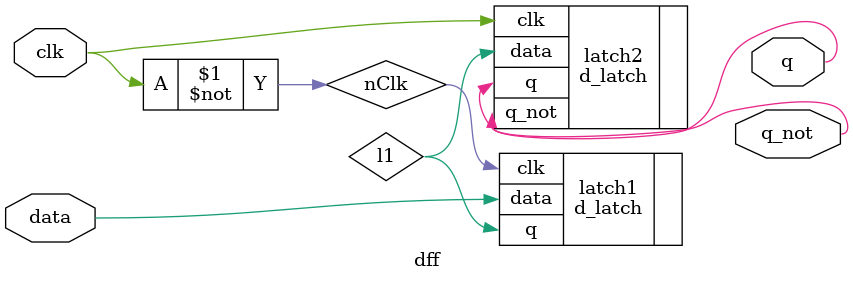
<source format=v>
module dff(
    input clk, data,
    output q, q_not
);
    wire l1, nClk;

    not not_clk(nClk, clk);

    d_latch latch1(.q(l1), .data(data), .clk(nClk));
    d_latch latch2(.q(q), .q_not(q_not), .data(l1), .clk(clk));

endmodule
</source>
